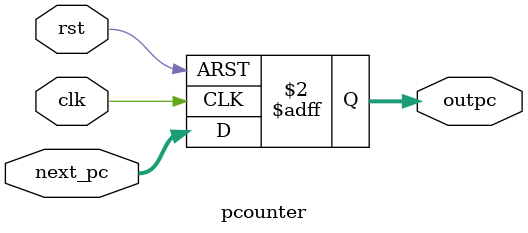
<source format=v>
`timescale 1ns / 1ps


`timescale 1ns / 1ps
//////////////////////////////////////////////////////////////////////////////////
// Company: 
// Engineer: 
// 
// Create Date: 08/16/2025 04:45:51 PM
// Design Name: 
// Module Name: pcounter
// Project Name: 
// Target Devices: 
// Tool Versions: 
// Description: 
// 
// Dependencies: 
// 
// Revision:
// Revision 0.01 - File Created
// Additional Comments:
// 
//////////////////////////////////////////////////////////////////////////////////


module pcounter (
    input clk,
    input rst,
    input [31:0] next_pc,
    output reg [31:0] outpc // Declare as reg since it is assigned in an always block
);



always @(posedge clk or posedge rst) begin
    if (rst)
    begin
        outpc <= 32'h1000;  // Initialize PC to 0x1000 on reset
     end 
     else  
     outpc <= next_pc; // Increment PC by 4 on each clock cycle

end

endmodule


</source>
